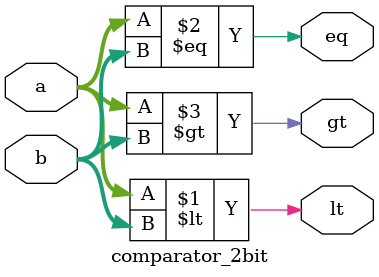
<source format=v>
module comparator_2bit(input [1:0]a,b, output lt,eq,gt);

assign lt = a<b;
assign eq = a==b;
assign gt = a>b;

endmodule

</source>
